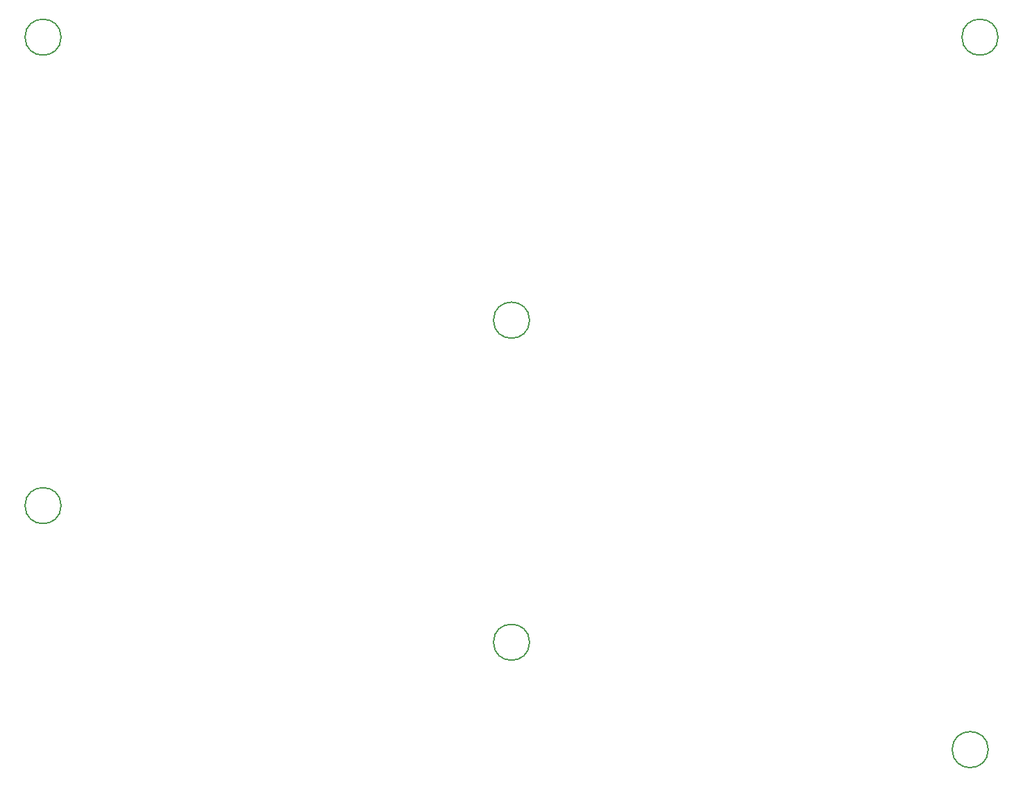
<source format=gbr>
G04 #@! TF.GenerationSoftware,KiCad,Pcbnew,8.0.4*
G04 #@! TF.CreationDate,2024-09-10T22:18:46+03:00*
G04 #@! TF.ProjectId,muikku42,6d75696b-6b75-4343-922e-6b696361645f,rev?*
G04 #@! TF.SameCoordinates,Original*
G04 #@! TF.FileFunction,Other,Comment*
%FSLAX46Y46*%
G04 Gerber Fmt 4.6, Leading zero omitted, Abs format (unit mm)*
G04 Created by KiCad (PCBNEW 8.0.4) date 2024-09-10 22:18:46*
%MOMM*%
%LPD*%
G01*
G04 APERTURE LIST*
%ADD10C,0.150000*%
G04 APERTURE END LIST*
D10*
G04 #@! TO.C,REF\u002A\u002A*
X162934375Y-134540625D02*
G75*
G02*
X158534375Y-134540625I-2200000J0D01*
G01*
X158534375Y-134540625D02*
G75*
G02*
X162934375Y-134540625I2200000J0D01*
G01*
X106975000Y-121443750D02*
G75*
G02*
X102575000Y-121443750I-2200000J0D01*
G01*
X102575000Y-121443750D02*
G75*
G02*
X106975000Y-121443750I2200000J0D01*
G01*
X164125000Y-47625000D02*
G75*
G02*
X159725000Y-47625000I-2200000J0D01*
G01*
X159725000Y-47625000D02*
G75*
G02*
X164125000Y-47625000I2200000J0D01*
G01*
X49825000Y-47625000D02*
G75*
G02*
X45425000Y-47625000I-2200000J0D01*
G01*
X45425000Y-47625000D02*
G75*
G02*
X49825000Y-47625000I2200000J0D01*
G01*
X106975000Y-82153125D02*
G75*
G02*
X102575000Y-82153125I-2200000J0D01*
G01*
X102575000Y-82153125D02*
G75*
G02*
X106975000Y-82153125I2200000J0D01*
G01*
X49825000Y-104775000D02*
G75*
G02*
X45425000Y-104775000I-2200000J0D01*
G01*
X45425000Y-104775000D02*
G75*
G02*
X49825000Y-104775000I2200000J0D01*
G01*
G04 #@! TD*
M02*

</source>
